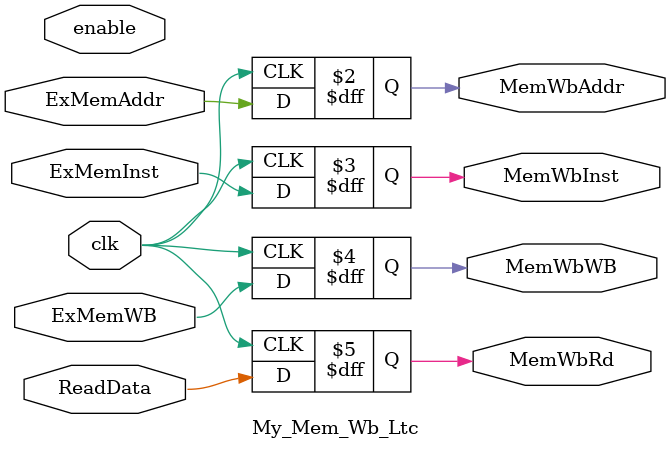
<source format=sv>
`timescale 1ns / 1ps

module My_Mem_Wb_Ltc(
    input logic clk,
    input logic enable,
    input logic ExMemAddr,
    input logic ExMemInst,
    input logic ExMemWB,
    input logic ReadData, //(MemWbRd)
    output logic MemWbAddr,
    output logic MemWbInst,
    output logic MemWbWB,
    output logic MemWbRd
    );
    
    always @(posedge clk)begin
//    if(enable)begin
            MemWbAddr = ExMemAddr;
            MemWbInst = ExMemInst;
            MemWbWB = ExMemWB;
            MemWbRd = ReadData;
//        end
    end
    
endmodule

</source>
